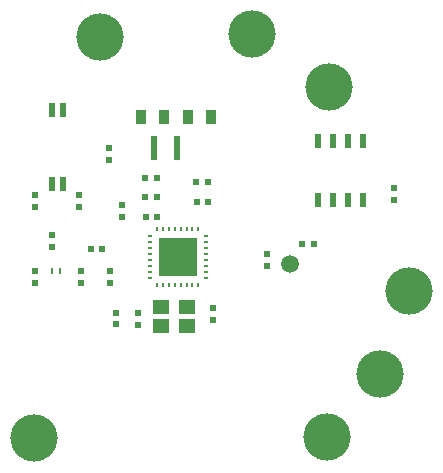
<source format=gtp>
%FSLAX44Y44*%
%MOMM*%
G71*
G01*
G75*
G04 Layer_Color=8421504*
%ADD10R,0.5000X0.6000*%
%ADD11R,0.5000X0.5000*%
%ADD12R,0.6000X0.5000*%
%ADD13R,1.4000X1.2000*%
%ADD14R,0.2500X0.5000*%
%ADD15C,1.5000*%
%ADD16R,0.2500X0.4000*%
%ADD17R,0.4000X0.2500*%
%ADD18R,3.2000X3.2000*%
%ADD19R,0.5590X1.1940*%
%ADD20R,0.9000X1.3000*%
%ADD21R,0.6000X1.2000*%
%ADD22R,0.6000X2.0000*%
%ADD23C,4.0000*%
%ADD24C,0.3000*%
%ADD25C,0.5000*%
%ADD26C,0.1500*%
%ADD27C,0.2000*%
%ADD28C,0.4500*%
%ADD29R,6.0700X6.0700*%
%ADD30C,0.0508*%
%ADD31C,0.1000*%
D10*
X-17750Y67250D02*
D03*
X-27750D02*
D03*
X-17500Y50500D02*
D03*
X-27500D02*
D03*
X-63750Y6750D02*
D03*
X-73750D02*
D03*
X105500Y10750D02*
D03*
X115500D02*
D03*
X16000Y46750D02*
D03*
X26000D02*
D03*
X15750Y63250D02*
D03*
X25750D02*
D03*
D11*
X-26500Y34250D02*
D03*
X-17500D02*
D03*
D12*
X-120500Y52750D02*
D03*
Y42750D02*
D03*
X-83500Y52750D02*
D03*
Y42750D02*
D03*
X-46750Y34250D02*
D03*
Y44250D02*
D03*
X-57500Y-12000D02*
D03*
Y-22000D02*
D03*
X-82000Y-12000D02*
D03*
Y-22000D02*
D03*
X-121000Y-12000D02*
D03*
Y-22000D02*
D03*
X-106500Y18750D02*
D03*
Y8750D02*
D03*
X-52000Y-47000D02*
D03*
Y-57000D02*
D03*
X-34000Y-57250D02*
D03*
Y-47250D02*
D03*
X30000Y-43000D02*
D03*
Y-53000D02*
D03*
X75500Y-7500D02*
D03*
Y2500D02*
D03*
X183000Y48500D02*
D03*
Y58500D02*
D03*
X-57750Y92250D02*
D03*
Y82250D02*
D03*
D13*
X-14000Y-42000D02*
D03*
X8000D02*
D03*
Y-58000D02*
D03*
X-14000D02*
D03*
D14*
X-106750Y-12000D02*
D03*
X-99250D02*
D03*
D15*
X95500Y-6000D02*
D03*
D16*
X-17500Y23570D02*
D03*
X-12500D02*
D03*
X-7500D02*
D03*
X-2500D02*
D03*
X2500D02*
D03*
X7500D02*
D03*
X12500D02*
D03*
X17500D02*
D03*
Y-23570D02*
D03*
X12500D02*
D03*
X7500D02*
D03*
X2500D02*
D03*
X-2500D02*
D03*
X-7500D02*
D03*
X-12500D02*
D03*
X-17500D02*
D03*
D17*
X23570Y17500D02*
D03*
Y12500D02*
D03*
Y7500D02*
D03*
Y2500D02*
D03*
Y-2500D02*
D03*
Y-7500D02*
D03*
Y-12500D02*
D03*
Y-17500D02*
D03*
X-23570D02*
D03*
Y-12500D02*
D03*
Y-7500D02*
D03*
Y-2500D02*
D03*
Y2500D02*
D03*
Y7500D02*
D03*
Y12500D02*
D03*
Y17500D02*
D03*
D18*
X0Y0D02*
D03*
D19*
X157050Y98520D02*
D03*
X144350D02*
D03*
X131650D02*
D03*
X118950D02*
D03*
X157050Y47980D02*
D03*
X144350D02*
D03*
X131650D02*
D03*
X118950D02*
D03*
D20*
X-31000Y119000D02*
D03*
X-12000D02*
D03*
X28000D02*
D03*
X9000D02*
D03*
D21*
X-97500Y61750D02*
D03*
Y124750D02*
D03*
X-106500D02*
D03*
Y61750D02*
D03*
D22*
X-1000Y92000D02*
D03*
X-20000D02*
D03*
D23*
X-66000Y186000D02*
D03*
X196000Y-29000D02*
D03*
X63000Y188500D02*
D03*
X171000Y-99000D02*
D03*
X126000Y-152000D02*
D03*
X-121500Y-153250D02*
D03*
X128500Y144000D02*
D03*
M02*

</source>
